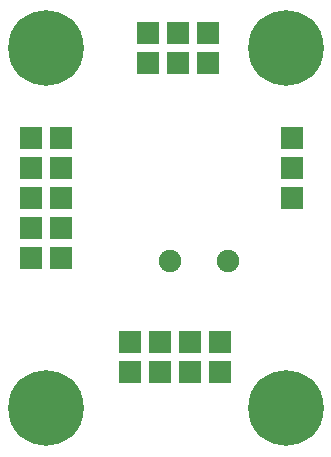
<source format=gbr>
%TF.GenerationSoftware,KiCad,Pcbnew,(2017-02-05 revision 431abcf)-makepkg*%
%TF.CreationDate,2017-12-05T08:02:20+01:00*%
%TF.ProjectId,RTC03A,5254433033412E6B696361645F706362,REV*%
%TF.FileFunction,Soldermask,Top*%
%TF.FilePolarity,Negative*%
%FSLAX46Y46*%
G04 Gerber Fmt 4.6, Leading zero omitted, Abs format (unit mm)*
G04 Created by KiCad (PCBNEW (2017-02-05 revision 431abcf)-makepkg) date 12/05/17 08:02:20*
%MOMM*%
%LPD*%
G01*
G04 APERTURE LIST*
%ADD10C,0.150000*%
%ADD11C,1.901140*%
%ADD12C,6.400000*%
%ADD13R,1.924000X1.924000*%
G04 APERTURE END LIST*
D10*
D11*
%TO.C,Y1*%
X142593060Y-119634000D03*
X147474940Y-119634000D03*
%TD*%
D12*
%TO.C,M1*%
X152400000Y-101600000D03*
%TD*%
%TO.C,M2*%
X132080000Y-101600000D03*
%TD*%
%TO.C,M3*%
X152400000Y-132080000D03*
%TD*%
%TO.C,M4*%
X132080000Y-132080000D03*
%TD*%
D13*
%TO.C,J1*%
X144272000Y-126492000D03*
X144272000Y-129032000D03*
X141732000Y-126492000D03*
X141732000Y-129032000D03*
%TD*%
%TO.C,J3*%
X139192000Y-129032000D03*
X139192000Y-126492000D03*
%TD*%
%TO.C,J4*%
X133350000Y-119380000D03*
X130810000Y-119380000D03*
X133350000Y-116840000D03*
X130810000Y-116840000D03*
X133350000Y-114300000D03*
X130810000Y-114300000D03*
X133350000Y-111760000D03*
X130810000Y-111760000D03*
X133350000Y-109220000D03*
X130810000Y-109220000D03*
%TD*%
%TO.C,J5*%
X140716000Y-102870000D03*
X140716000Y-100330000D03*
X143256000Y-102870000D03*
X143256000Y-100330000D03*
X145796000Y-102870000D03*
X145796000Y-100330000D03*
%TD*%
%TO.C,J2*%
X152908000Y-109220000D03*
X152908000Y-111760000D03*
X152908000Y-114300000D03*
%TD*%
%TO.C,J6*%
X146812000Y-129032000D03*
X146812000Y-126492000D03*
%TD*%
M02*

</source>
